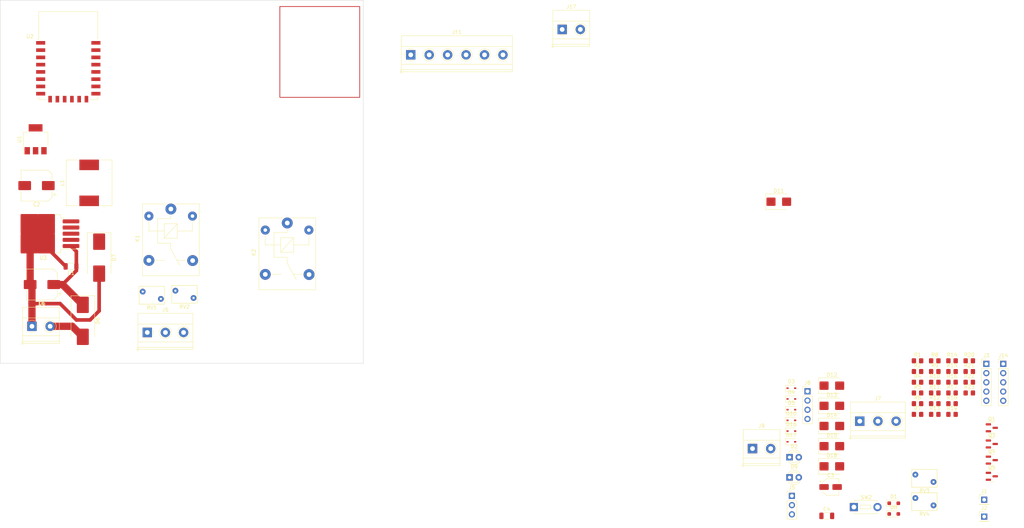
<source format=kicad_pcb>
(kicad_pcb (version 20221018) (generator pcbnew)
  (layers (0 "F.Cu" signal) (31 "B.Cu" signal) (34 "B.Paste" user) (35 "F.Paste" user) (36 "B.SilkS" user "B.Silkscreen") (37 "F.SilkS" user "F.Silkscreen") (38 "B.Mask" user) (39 "F.Mask" user) (44 "Edge.Cuts" user))
  (net 0 "")
  (net 1 "Net-(D6-K)")
  (net 2 "GND")
  (net 3 "+5V")
  (net 4 "+3.3V")
  (net 5 "Net-(D1-A)")
  (net 6 "Net-(D2-A)")
  (net 7 "D1")
  (net 8 "Net-(D3-A)")
  (net 9 "D0")
  (net 10 "Net-(D4-A)")
  (net 11 "D0-RFW26")
  (net 12 "GPIO0")
  (net 13 "+12V")
  (net 14 "Net-(D7-K)")
  (net 15 "Net-(D8-A)")
  (net 16 "Net-(D9-A)")
  (net 17 "D1-RFW26")
  (net 18 "GPIO2")
  (net 19 "Net-(D11-A1)")
  (net 20 "BEEP")
  (net 21 "LED")
  (net 22 "Net-(D16-A)")
  (net 23 "Net-(D17-K)")
  (net 24 "Net-(D17-A)")
  (net 25 "Net-(J3-Pin_2)")
  (net 26 "Net-(J3-Pin_3)")
  (net 27 "Net-(J6-Pin_1)")
  (net 28 "Net-(J6-Pin_3)")
  (net 29 "Net-(J7-Pin_1)")
  (net 30 "Net-(J14-Pin_2)")
  (net 31 "Net-(J7-Pin_3)")
  (net 32 "RX")
  (net 35 "TX")
  (net 36 "Net-(J14-Pin_3)")
  (net 37 "Net-(Q1-B)")
  (net 38 "Net-(Q3-B)")
  (net 39 "Net-(Q4-B)")
  (net 40 "Net-(Q4-C)")
  (net 41 "Net-(Q5-B)")
  (net 42 "Net-(Q5-C)")
  (net 43 "Net-(U2-~{RST})")
  (net 44 "Net-(U2-EN)")
  (net 45 "GPIO4")
  (net 46 "GPIO14")
  (net 47 "GPIO5")
  (net 48 "GPIO13")
  (net 49 "GPIO16")
  (net 50 "GPIO15")
  (footprint "Capacitor_SMD:CP_Elec_8x10" (layer "F.Cu") (at 36.5 103.3 180)
    (fp_text reference "C6" (at 0 -5.2) (layer "F.SilkS"))
    (fp_text value "220uF/35V")
    (pad "1" smd roundrect (at -3.25 0 180) (size 3.5 2.5) (layers "F.Cu" "F.Paste" "F.Mask") (roundrect_rratio 0.1) (net 1 "Net-(D6-K)"))
    (pad "2" smd roundrect (at 3.25 0 180) (size 3.5 2.5) (layers "F.Cu" "F.Paste" "F.Mask") (roundrect_rratio 0.1) (net 2 "GND"))
  )
  (footprint "Package_TO_SOT_SMD:SOT-23" (layer "F.Cu") (at 298.05 156.1)
    (fp_text reference "Q5" (at 0 -2.4) (layer "F.SilkS"))
    (fp_text value "MMBT5551L")
    (pad "1" smd roundrect (at -0.9375 -0.95) (size 1.475 0.6) (layers "F.Cu" "F.Paste" "F.Mask") (net 41 "Net-(Q5-B)"))
    (pad "2" smd roundrect (at -0.9375 0.95) (size 1.475 0.6) (layers "F.Cu" "F.Paste" "F.Mask") (net 2 "GND"))
    (pad "3" smd roundrect (at 0.9375 0) (size 1.475 0.6) (layers "F.Cu" "F.Paste" "F.Mask") (net 42 "Net-(Q5-C)"))
  )
  (footprint "Package_TO_SOT_SMD:SOT-23" (layer "F.Cu") (at 298.05 151.65)
    (fp_text reference "Q4" (at 0 -2.4) (layer "F.SilkS"))
    (fp_text value "MMBT5551L")
    (pad "1" smd roundrect (at -0.9375 -0.95) (size 1.475 0.6) (layers "F.Cu" "F.Paste" "F.Mask") (net 39 "Net-(Q4-B)"))
    (pad "2" smd roundrect (at -0.9375 0.95) (size 1.475 0.6) (layers "F.Cu" "F.Paste" "F.Mask") (net 2 "GND"))
    (pad "3" smd roundrect (at 0.9375 0) (size 1.475 0.6) (layers "F.Cu" "F.Paste" "F.Mask") (net 40 "Net-(Q4-C)"))
  )
  (footprint "Resistor_SMD:R_0805_2012Metric_Pad1.20x1.40mm_HandSolder" (layer "F.Cu") (at 287.1 127.25)
    (fp_text reference "R15" (at 0 -1.65) (layer "F.SilkS"))
    (fp_text value "10K")
    (pad "1" smd roundrect (at -1 0) (size 1.2 1.4) (layers "F.Cu" "F.Paste" "F.Mask") (roundrect_rratio 0.208333) (net 4 "+3.3V"))
    (pad "2" smd roundrect (at 1 0) (size 1.2 1.4) (layers "F.Cu" "F.Paste" "F.Mask") (roundrect_rratio 0.208333) (net 18 "GPIO2"))
  )
  (footprint "TerminalBlock_Phoenix:TerminalBlock_Phoenix_MKDS-1,5-3_1x03_P5.00mm_Horizontal" (layer "F.Cu") (at 65.5 116.5)
    (fp_text reference "J6" (at 5 -6.26) (layer "F.SilkS"))
    (fp_text value "OUT 1")
    (pad "1" thru_hole rect (at 0 0) (size 2.6 2.6) (drill 1.3) (layers "*.Cu" "*.Mask") (net 27 "Net-(J6-Pin_1)"))
    (pad "2" thru_hole circle (at 5 0) (size 2.6 2.6) (drill 1.3) (layers "*.Cu" "*.Mask") (net 25 "Net-(J3-Pin_2)"))
    (pad "3" thru_hole circle (at 10 0) (size 2.6 2.6) (drill 1.3) (layers "*.Cu" "*.Mask") (net 28 "Net-(J6-Pin_3)"))
  )
  (footprint "Diode_SMD:D_SOD-323_HandSoldering" (layer "F.Cu") (at 271.055 166.47)
    (fp_text reference "D8" (at 0 -1.85) (layer "F.SilkS"))
    (fp_text value "1N4148")
    (pad "1" smd roundrect (at -1.25 0) (size 1 1) (layers "F.Cu" "F.Paste" "F.Mask") (net 3 "+5V"))
    (pad "2" smd roundrect (at 1.25 0) (size 1 1) (layers "F.Cu" "F.Paste" "F.Mask") (net 15 "Net-(D8-A)"))
  )
  (footprint "Diode_SMD:D_SMB" (layer "F.Cu") (at 254.005 136.7)
    (fp_text reference "D13" (at 0 -3) (layer "F.SilkS"))
    (fp_text value "SM6T6V8A")
    (pad "1" smd roundrect (at -2.15 0) (size 2.5 2.3) (layers "F.Cu" "F.Paste" "F.Mask") (roundrect_rratio 0.1086956522) (net 21 "LED"))
    (pad "2" smd roundrect (at 2.15 0) (size 2.5 2.3) (layers "F.Cu" "F.Paste" "F.Mask") (roundrect_rratio 0.1086956522) (net 2 "GND"))
  )
  (footprint "Diode_SMD:D_SMC_Handsoldering" (layer "F.Cu") (at 47.75 113.3 -90)
    (fp_text reference "D6" (at 0 -4.1 90) (layer "F.SilkS"))
    (fp_text value "SS34")
    (pad "1" smd roundrect (at -4.4 0) (size 3.3 4.5) (layers "F.Cu" "F.Paste" "F.Mask") (roundrect_rratio 0.0757575758) (net 1 "Net-(D6-K)"))
    (pad "2" smd roundrect (at 4.4 0) (size 3.3 4.5) (layers "F.Cu" "F.Paste" "F.Mask") (roundrect_rratio 0.0757575758) (net 13 "+12V"))
  )
  (footprint "Resistor_SMD:R_0805_2012Metric_Pad1.20x1.40mm_HandSolder" (layer "F.Cu") (at 282.35 139.05)
    (fp_text reference "R13" (at 0 -1.65) (layer "F.SilkS"))
    (fp_text value "10K")
    (pad "1" smd roundrect (at -1 0) (size 1.2 1.4) (layers "F.Cu" "F.Paste" "F.Mask") (roundrect_rratio 0.208333) (net 47 "GPIO5"))
    (pad "2" smd roundrect (at 1 0) (size 1.2 1.4) (layers "F.Cu" "F.Paste" "F.Mask") (roundrect_rratio 0.208333) (net 37 "Net-(Q1-B)"))
  )
  (footprint "TerminalBlock_Phoenix:TerminalBlock_Phoenix_MKDS-1,5-2_1x02_P5.00mm_Horizontal" (layer "F.Cu") (at 232.16 148.47)
    (fp_text reference "J9" (at 2.5 -6.26) (layer "F.SilkS"))
    (fp_text value "SENS")
    (pad "1" thru_hole rect (at 0 0) (size 2.6 2.6) (drill 1.3) (layers "*.Cu" "*.Mask") (net 2 "GND"))
    (pad "2" thru_hole circle (at 5 0) (size 2.6 2.6) (drill 1.3) (layers "*.Cu" "*.Mask") (net 23 "Net-(D17-K)"))
  )
  (footprint "Connector_PinHeader_2.54mm:PinHeader_1x03_P2.54mm_Vertical" (layer "F.Cu") (at 243.01 161.5)
    (fp_text reference "J5" (at 0 -2.33) (layer "F.SilkS"))
    (fp_text value "FLASH")
    (pad "1" thru_hole rect (at 0 0) (size 1.7 1.7) (drill 1) (layers "*.Cu" "*.Mask") (net 12 "GPIO0"))
    (pad "2" thru_hole oval (at 0 2.54) (size 1.7 1.7) (drill 1) (layers "*.Cu" "*.Mask") (net 2 "GND"))
    (pad "3" thru_hole oval (at 0 5.08) (size 1.7 1.7) (drill 1) (layers "*.Cu" "*.Mask") (net 2 "GND"))
  )
  (footprint "TerminalBlock_Phoenix:TerminalBlock_Phoenix_MKDS-1,5-6-5.08_1x06_P5.08mm_Horizontal" (layer "F.Cu") (at 138.05 40.055)
    (fp_text reference "J11" (at 12.7 -6.26) (layer "F.SilkS"))
    (fp_text value "LECTOR")
    (pad "1" thru_hole rect (at 0 0) (size 2.6 2.6) (drill 1.3) (layers "*.Cu" "*.Mask") (net 20 "BEEP"))
    (pad "2" thru_hole circle (at 5.08 0) (size 2.6 2.6) (drill 1.3) (layers "*.Cu" "*.Mask") (net 21 "LED"))
    (pad "3" thru_hole circle (at 10.16 0) (size 2.6 2.6) (drill 1.3) (layers "*.Cu" "*.Mask") (net 7 "D1"))
    (pad "4" thru_hole circle (at 15.24 0) (size 2.6 2.6) (drill 1.3) (layers "*.Cu" "*.Mask") (net 9 "D0"))
    (pad "5" thru_hole circle (at 20.32 0) (size 2.6 2.6) (drill 1.3) (layers "*.Cu" "*.Mask") (net 2 "GND"))
    (pad "6" thru_hole circle (at 25.4 0) (size 2.6 2.6) (drill 1.3) (layers "*.Cu" "*.Mask") (net 13 "+12V"))
  )
  (footprint "Resistor_SMD:R_0805_2012Metric_Pad1.20x1.40mm_HandSolder" (layer "F.Cu") (at 277.6 136.1)
    (fp_text reference "R6" (at 0 -1.65) (layer "F.SilkS"))
    (fp_text value "100")
    (pad "1" smd roundrect (at -1 0) (size 1.2 1.4) (layers "F.Cu" "F.Paste" "F.Mask") (roundrect_rratio 0.208333) (net 10 "Net-(D4-A)"))
    (pad "2" smd roundrect (at 1 0) (size 1.2 1.4) (layers "F.Cu" "F.Paste" "F.Mask") (roundrect_rratio 0.208333) (net 12 "GPIO0"))
  )
  (footprint "Package_TO_SOT_SMD:SOT-23" (layer "F.Cu") (at 298.05 142.75)
    (fp_text reference "Q1" (at 0 -2.4) (layer "F.SilkS"))
    (fp_text value "MMBT5551L")
    (pad "1" smd roundrect (at -0.9375 -0.95) (size 1.475 0.6) (layers "F.Cu" "F.Paste" "F.Mask") (net 37 "Net-(Q1-B)"))
    (pad "2" smd roundrect (at -0.9375 0.95) (size 1.475 0.6) (layers "F.Cu" "F.Paste" "F.Mask") (net 2 "GND"))
    (pad "3" smd roundrect (at 0.9375 0) (size 1.475 0.6) (layers "F.Cu" "F.Paste" "F.Mask") (net 15 "Net-(D8-A)"))
  )
  (footprint "Relay_THT:Relay_SPDT_SANYOU_SRD_Series_Form_C" (layer "F.Cu") (at 104.05 86.35 -90)
    (fp_text reference "K2" (at 8.1 9.2 90) (layer "F.SilkS"))
    (fp_text value "SANYOU_SRD_Form_C")
    (pad "1" thru_hole circle (at 0 0) (size 3 3) (drill 1.3) (layers "*.Cu" "*.Mask") (net 36 "Net-(J14-Pin_3)"))
    (pad "2" thru_hole circle (at 1.95 6.05) (size 2.5 2.5) (drill 1) (layers "*.Cu" "*.Mask") (net 15 "Net-(D8-A)"))
    (pad "3" thru_hole circle (at 14.15 6.05) (size 3 3) (drill 1.3) (layers "*.Cu" "*.Mask") (net 29 "Net-(J7-Pin_1)"))
    (pad "4" thru_hole circle (at 14.2 -6) (size 3 3) (drill 1.3) (layers "*.Cu" "*.Mask") (net 31 "Net-(J7-Pin_3)"))
    (pad "5" thru_hole circle (at 1.95 -5.95) (size 2.5 2.5) (drill 1) (layers "*.Cu" "*.Mask") (net 3 "+5V"))
  )
  (footprint "Resistor_SMD:R_0805_2012Metric_Pad1.20x1.40mm_HandSolder" (layer "F.Cu") (at 277.6 130.2)
    (fp_text reference "R4" (at 0 -1.65) (layer "F.SilkS"))
    (fp_text value "10K")
    (pad "1" smd roundrect (at -1 0) (size 1.2 1.4) (layers "F.Cu" "F.Paste" "F.Mask") (roundrect_rratio 0.208333) (net 4 "+3.3V"))
    (pad "2" smd roundrect (at 1 0) (size 1.2 1.4) (layers "F.Cu" "F.Paste" "F.Mask") (roundrect_rratio 0.208333) (net 44 "Net-(U2-EN)"))
  )
  (footprint "Connector_PinHeader_2.54mm:PinHeader_1x01_P2.54mm_Vertical" (layer "F.Cu") (at 295.95 167.2)
    (fp_text reference "J2" (at 0 -2.33) (layer "F.SilkS"))
    (fp_text value "~")
    (pad "1" thru_hole rect (at 0 0) (size 1.7 1.7) (drill 1) (layers "*.Cu" "*.Mask") (net 3 "+5V"))
  )
  (footprint "Resistor_SMD:R_0805_2012Metric_Pad1.20x1.40mm_HandSolder" (layer "F.Cu") (at 277.6 127.25)
    (fp_text reference "R2" (at 0 -1.65) (layer "F.SilkS"))
    (fp_text value "10K")
    (pad "1" smd roundrect (at -1 0) (size 1.2 1.4) (layers "F.Cu" "F.Paste" "F.Mask") (roundrect_rratio 0.208333) (net 4 "+3.3V"))
    (pad "2" smd roundrect (at 1 0) (size 1.2 1.4) (layers "F.Cu" "F.Paste" "F.Mask") (roundrect_rratio 0.208333) (net 43 "Net-(U2-~{RST})"))
  )
  (footprint "Diode_SMD:D_SMC_Handsoldering" (layer "F.Cu") (at 52.25 95.9 -90)
    (fp_text reference "D7" (at 0 -4.1 90) (layer "F.SilkS"))
    (fp_text value "SS34")
    (pad "1" smd roundrect (at -4.4 0) (size 3.3 4.5) (layers "F.Cu" "F.Paste" "F.Mask") (roundrect_rratio 0.0757575758) (net 14 "Net-(D7-K)"))
    (pad "2" smd roundrect (at 4.4 0) (size 3.3 4.5) (layers "F.Cu" "F.Paste" "F.Mask") (roundrect_rratio 0.0757575758) (net 2 "GND"))
  )
  (footprint "LED_THT:LED_D3.0mm" (layer "F.Cu") (at 242.36 156.4)
    (fp_text reference "D9" (at 1.27 -2.96) (layer "F.SilkS"))
    (fp_text value "LED")
    (pad "1" thru_hole rect (at 0 0) (size 1.8 1.8) (drill 0.9) (layers "*.Cu" "*.Mask") (net 15 "Net-(D8-A)"))
    (pad "2" thru_hole circle (at 2.54 0) (size 1.8 1.8) (drill 0.9) (layers "*.Cu" "*.Mask") (net 16 "Net-(D9-A)"))
  )
  (footprint "Resistor_SMD:R_0805_2012Metric_Pad1.20x1.40mm_HandSolder" (layer "F.Cu") (at 277.6 139.05)
    (fp_text reference "R7" (at 0 -1.65) (layer "F.SilkS"))
    (fp_text value "100K")
    (pad "1" smd roundrect (at -1 0) (size 1.2 1.4) (layers "F.Cu" "F.Paste" "F.Mask") (roundrect_rratio 0.208333) (net 38 "Net-(Q3-B)"))
    (pad "2" smd roundrect (at 1 0) (size 1.2 1.4) (layers "F.Cu" "F.Paste" "F.Mask") (roundrect_rratio 0.208333) (net 2 "GND"))
  )
  (footprint "Resistor_SMD:R_0805_2012Metric_Pad1.20x1.40mm_HandSolder" (layer "F.Cu") (at 282.35 127.25)
    (fp_text reference "R9" (at 0 -1.65) (layer "F.SilkS"))
    (fp_text value "10K")
    (pad "1" smd roundrect (at -1 0) (size 1.2 1.4) (layers "F.Cu" "F.Paste" "F.Mask") (roundrect_rratio 0.208333) (net 4 "+3.3V"))
    (pad "2" smd roundrect (at 1 0) (size 1.2 1.4) (layers "F.Cu" "F.Paste" "F.Mask") (roundrect_rratio 0.208333) (net 46 "GPIO14"))
  )
  (footprint "Diode_SMD:D_SMB" (layer "F.Cu") (at 254.005 131.15)
    (fp_text reference "D12" (at 0 -3) (layer "F.SilkS"))
    (fp_text value "SM6T6V8A")
    (pad "1" smd roundrect (at -2.15 0) (size 2.5 2.3) (layers "F.Cu" "F.Paste" "F.Mask") (roundrect_rratio 0.1086956522) (net 20 "BEEP"))
    (pad "2" smd roundrect (at 2.15 0) (size 2.5 2.3) (layers "F.Cu" "F.Paste" "F.Mask") (roundrect_rratio 0.1086956522) (net 2 "GND"))
  )
  (footprint "TerminalBlock_Phoenix:TerminalBlock_Phoenix_MKDS-1,5-3_1x03_P5.00mm_Horizontal" (layer "F.Cu") (at 261.7 140.92)
    (fp_text reference "J7" (at 5 -6.26) (layer "F.SilkS"))
    (fp_text value "AUX")
    (pad "1" thru_hole rect (at 0 0) (size 2.6 2.6) (drill 1.3) (layers "*.Cu" "*.Mask") (net 29 "Net-(J7-Pin_1)"))
    (pad "2" thru_hole circle (at 5 0) (size 2.6 2.6) (drill 1.3) (layers "*.Cu" "*.Mask") (net 30 "Net-(J14-Pin_2)"))
    (pad "3" thru_hole circle (at 10 0) (size 2.6 2.6) (drill 1.3) (layers "*.Cu" "*.Mask") (net 31 "Net-(J7-Pin_3)"))
  )
  (footprint "Diode_SMD:D_SMB" (layer "F.Cu") (at 254.005 153.35)
    (fp_text reference "D18" (at 0 -3) (layer "F.SilkS"))
    (fp_text value "SM6T6V8A")
    (pad "1" smd roundrect (at -2.15 0) (size 2.5 2.3) (layers "F.Cu" "F.Paste" "F.Mask") (roundrect_rratio 0.1086956522) (net 23 "Net-(D17-K)"))
    (pad "2" smd roundrect (at 2.15 0) (size 2.5 2.3) (layers "F.Cu" "F.Paste" "F.Mask") (roundrect_rratio 0.1086956522) (net 2 "GND"))
  )
  (footprint "Connector_PinHeader_2.54mm:PinHeader_1x05_P2.54mm_Vertical" (layer "F.Cu") (at 296.55 125.15)
    (fp_text reference "J3" (at 0 -2.33) (layer "F.SilkS"))
    (fp_text value "jumpers salida")
    (pad "1" thru_hole rect (at 0 0) (size 1.7 1.7) (drill 1) (layers "*.Cu" "*.Mask") (net 2 "GND"))
    (pad "2" thru_hole oval (at 0 2.54) (size 1.7 1.7) (drill 1) (layers "*.Cu" "*.Mask") (net 25 "Net-(J3-Pin_2)"))
    (pad "3" thru_hole oval (at 0 5.08) (size 1.7 1.7) (drill 1) (layers "*.Cu" "*.Mask") (net 26 "Net-(J3-Pin_3)"))
    (pad "4" thru_hole oval (at 0 7.62) (size 1.7 1.7) (drill 1) (layers "*.Cu" "*.Mask") (net 13 "+12V"))
    (pad "5" thru_hole oval (at 0 10.16) (size 1.7 1.7) (drill 1) (layers "*.Cu" "*.Mask") (net 13 "+12V"))
  )
  (footprint "Capacitor_SMD:CP_Elec_4x4.5" (layer "F.Cu") (at 253.66 159.05)
    (fp_text reference "C3" (at 0 -3.2) (layer "F.SilkS"))
    (fp_text value "10uF/16V")
    (pad "1" smd roundrect (at -1.8 0) (size 2.6 1.6) (layers "F.Cu" "F.Paste" "F.Mask") (roundrect_rratio 0.15625) (net 4 "+3.3V"))
    (pad "2" smd roundrect (at 1.8 0) (size 2.6 1.6) (layers "F.Cu" "F.Paste" "F.Mask") (roundrect_rratio 0.15625) (net 2 "GND"))
  )
  (footprint "Diode_SMD:D_SOD-323" (layer "F.Cu") (at 242.855 137.75)
    (fp_text reference "D5" (at 0 -1.85) (layer "F.SilkS"))
    (fp_text value "1N5819WS")
    (pad "1" smd roundrect (at -1.05 0) (size 0.6 0.45) (layers "F.Cu" "F.Paste" "F.Mask") (net 11 "D0-RFW26"))
    (pad "2" smd roundrect (at 1.05 0) (size 0.6 0.45) (layers "F.Cu" "F.Paste" "F.Mask") (net 12 "GPIO0"))
  )
  (footprint "Diode_SMD:D_SOD-323_HandSoldering" (layer "F.Cu") (at 271.055 163.52)
    (fp_text reference "D1" (at 0 -1.85) (layer "F.SilkS"))
    (fp_text value "1N4148")
    (pad "1" smd roundrect (at -1.25 0) (size 1 1) (layers "F.Cu" "F.Paste" "F.Mask") (net 3 "+5V"))
    (pad "2" smd roundrect (at 1.25 0) (size 1 1) (layers "F.Cu" "F.Paste" "F.Mask") (net 5 "Net-(D1-A)"))
  )
  (footprint "Relay_THT:Relay_SPDT_SANYOU_SRD_Series_Form_C" (layer "F.Cu") (at 72 82.5 -90)
    (fp_text reference "K1" (at 8.1 9.2 90) (layer "F.SilkS"))
    (fp_text value "SANYOU_SRD_Form_C")
    (pad "1" thru_hole circle (at 0 0) (size 3 3) (drill 1.3) (layers "*.Cu" "*.Mask") (net 26 "Net-(J3-Pin_3)"))
    (pad "2" thru_hole circle (at 1.95 6.05) (size 2.5 2.5) (drill 1) (layers "*.Cu" "*.Mask") (net 5 "Net-(D1-A)"))
    (pad "3" thru_hole circle (at 14.15 6.05) (size 3 3) (drill 1.3) (layers "*.Cu" "*.Mask") (net 27 "Net-(J6-Pin_1)"))
    (pad "4" thru_hole circle (at 14.2 -6) (size 3 3) (drill 1.3) (layers "*.Cu" "*.Mask") (net 28 "Net-(J6-Pin_3)"))
    (pad "5" thru_hole circle (at 1.95 -5.95) (size 2.5 2.5) (drill 1) (layers "*.Cu" "*.Mask") (net 3 "+5V"))
  )
  (footprint "Inductor_SMD:L_12x12mm_H8mm" (layer "F.Cu") (at 49.5 75.3 90)
    (fp_text reference "L1" (at 0 -7.4 90) (layer "F.SilkS"))
    (fp_text value "33 uH")
    (pad "1" smd rect (at -4.95 0 90) (size 2.9 5.4) (layers "F.Cu" "F.Paste" "F.Mask") (net 14 "Net-(D7-K)"))
    (pad "2" smd rect (at 4.95 0 90) (size 2.9 5.4) (layers "F.Cu" "F.Paste" "F.Mask") (net 3 "+5V"))
  )
  (footprint "Resistor_SMD:R_0805_2012Metric_Pad1.20x1.40mm_HandSolder" (layer "F.Cu") (at 287.1 136.1)
    (fp_text reference "R18" (at 0 -1.65) (layer "F.SilkS"))
    (fp_text value "100")
    (pad "1" smd roundrect (at -1 0) (size 1.2 1.4) (layers "F.Cu" "F.Paste" "F.Mask") (roundrect_rratio 0.208333) (net 20 "BEEP"))
    (pad "2" smd roundrect (at 1 0) (size 1.2 1.4) (layers "F.Cu" "F.Paste" "F.Mask") (roundrect_rratio 0.208333) (net 42 "Net-(Q5-C)"))
  )
  (footprint "Package_TO_SOT_SMD:SOT-23" (layer "F.Cu") (at 298.05 147.2)
    (fp_text reference "Q3" (at 0 -2.4) (layer "F.SilkS"))
    (fp_text value "MMBT5551L")
    (pad "1" smd roundrect (at -0.9375 -0.95) (size 1.475 0.6) (layers "F.Cu" "F.Paste" "F.Mask") (net 38 "Net-(Q3-B)"))
    (pad "2" smd roundrect (at -0.9375 0.95) (size 1.475 0.6) (layers "F.Cu" "F.Paste" "F.Mask") (net 2 "GND"))
    (pad "3" smd roundrect (at 0.9375 0) (size 1.475 0.6) (layers "F.Cu" "F.Paste" "F.Mask") (net 5 "Net-(D1-A)"))
  )
  (footprint "Capacitor_SMD:C_1206_3216Metric" (layer "F.Cu") (at 44.5 98.3 180)
    (fp_text reference "C1" (at 0 -1.85) (layer "F.SilkS"))
    (fp_text value "0.1u")
    (pad "1" smd roundrect (at -1.475 0 180) (size 1.15 1.8) (layers "F.Cu" "F.Paste" "F.Mask") (roundrect_rratio 0.217391) (net 1 "Net-(D6-K)"))
    (pad "2" smd roundrect (at 1.475 0 180) (size 1.15 1.8) (layers "F.Cu" "F.Paste" "F.Mask") (roundrect_rratio 0.217391) (net 2 "GND"))
  )
  (footprint "Diode_SMD:D_SMB" (layer "F.Cu") (at 254.005 142.25)
    (fp_text reference "D14" (at 0 -3) (layer "F.SilkS"))
    (fp_text value "SM6T6V8A")
    (pad "1" smd roundrect (at -2.15 0) (size 2.5 2.3) (layers "F.Cu" "F.Paste" "F.Mask") (roundrect_rratio 0.1086956522) (net 7 "D1"))
    (pad "2" smd roundrect (at 2.15 0) (size 2.5 2.3) (layers "F.Cu" "F.Paste" "F.Mask") (roundrect_rratio 0.1086956522) (net 2 "GND"))
  )
  (footprint "Package_TO_SOT_SMD:TO-263-5_TabPin3" (layer "F.Cu") (at 36.85 89.3 180)
    (fp_text reference "U3" (at 0 -6.65) (layer "F.SilkS"))
    (fp_text value "LM2596S-5")
    (pad "1" smd roundrect (at -7.65 -3.4 180) (size 4.6 1.1) (layers "F.Cu" "F.Paste" "F.Mask") (roundrect_rratio 0.227273) (net 1 "Net-(D6-K)"))
    (pad "2" smd roundrect (at -7.65 -1.7 180) (size 4.6 1.1) (layers "F.Cu" "F.Paste" "F.Mask") (roundrect_rratio 0.227273) (net 14 "Net-(D7-K)"))
    (pad "3" smd roundrect (at -7.65 0 180) (size 4.6 1.1) (layers "F.Cu" "F.Paste" "F.Mask") (roundrect_rratio 0.227273) (net 2 "GND"))
    (pad "3" smd roundrect (at -0.925 -2.775 180) (size 4.55 5.25) (layers "F.Cu" "F.Paste") (roundrect_rratio 0.054945) (net 2 "GND"))
    (pad "3" smd roundrect (at -0.925 2.775 180) (size 4.55 5.25) (layers "F.Cu" "F.Paste") (roundrect_rratio 0.054945) (net 2 "GND"))
    (pad "3" smd roundrect (at 1.5 0 180) (size 9.4 10.8) (layers "F.Cu" "F.Mask") (roundrect_rratio 0.026596) (net 2 "GND"))
    (pad "3" smd roundrect (at 3.925 -2.775 180) (size 4.55 5.25) (layers "F.Cu" "F.Paste") (roundrect_rratio 0.054945) (net 2 "GND"))
    (pad "3" smd roundrect (at 3.925 2.775 180) (size 4.55 5.25) (layers "F.Cu" "F.Paste") (roundrect_rratio 0.054945) (net 2 "GND"))
    (pad "4" smd roundrect (at -7.65 1.7 180) (size 4.6 1.1) (layers "F.Cu" "F.Paste" "F.Mask") (roundrect_rratio 0.227273) (net 3 "+5V"))
    (pad "5" smd roundrect (at -7.65 3.4 180) (size 4.6 1.1) (layers "F.Cu" "F.Paste" "F.Mask") (roundrect_rratio 0.227273) (net 2 "GND"))
  )
  (footprint "Resistor_SMD:R_0805_2012Metric_Pad1.20x1.40mm_HandSolder" (layer "F.Cu") (at 282.35 130.2)
    (fp_text reference "R10" (at 0 -1.65) (layer "F.SilkS"))
    (fp_text value "100")
    (pad "1" smd roundrect (at -1 0) (size 1.2 1.4) (layers "F.Cu" "F.Paste" "F.Mask") (roundrect_rratio 0.208333) (net 22 "Net-(D16-A)"))
    (pad "2" smd roundrect (at 1 0) (size 1.2 1.4) (layers "F.Cu" "F.Paste" "F.Mask") (roundrect_rratio 0.208333) (net 46 "GPIO14"))
  )
  (footprint "Resistor_SMD:R_0805_2012Metric_Pad1.20x1.40mm_HandSolder" (layer "F.Cu") (at 282.35 136.1)
    (fp_text reference "R12" (at 0 -1.65) (layer "F.SilkS"))
    (fp_text value "330")
    (pad "1" smd roundrect (at -1 0) (size 1.2 1.4) (layers "F.Cu" "F.Paste" "F.Mask") (roundrect_rratio 0.208333) (net 16 "Net-(D9-A)"))
    (pad "2" smd roundrect (at 1 0) (size 1.2 1.4) (layers "F.Cu" "F.Paste" "F.Mask") (roundrect_rratio 0.208333) (net 3 "+5V"))
  )
  (footprint "TerminalBlock_Phoenix:TerminalBlock_Phoenix_MKDS-1,5-2_1x02_P5.00mm_Horizontal" (layer "F.Cu") (at 179.75 33.055)
    (fp_text reference "J17" (at 2.5 -6.26) (layer "F.SilkS"))
    (fp_text value "BTN")
    (pad "1" thru_hole rect (at 0 0) (size 2.6 2.6) (drill 1.3) (layers "*.Cu" "*.Mask") (net 2 "GND"))
    (pad "2" thru_hole circle (at 5 0) (size 2.6 2.6) (drill 1.3) (layers "*.Cu" "*.Mask") (net 19 "Net-(D11-A1)"))
  )
  (footprint "Package_TO_SOT_SMD:SOT-223-3_TabPin2" (layer "F.Cu") (at 34.75 63.3 90)
    (fp_text reference "U1" (at 0 -4.5 90) (layer "F.SilkS"))
    (fp_text value "AMS1117-3.3")
    (pad "1" smd rect (at -3.15 -2.3 90) (size 2 1.5) (layers "F.Cu" "F.Paste" "F.Mask") (net 2 "GND"))
    (pad "2" smd rect (at -3.15 0 90) (size 2 1.5) (layers "F.Cu" "F.Paste" "F.Mask") (net 4 "+3.3V"))
    (pad "2" smd rect (at 3.15 0 90) (size 2 3.8) (layers "F.Cu" "F.Paste" "F.Mask") (net 4 "+3.3V"))
    (pad "3" smd rect (at -3.15 2.3 90) (size 2 1.5) (layers "F.Cu" "F.Paste" "F.Mask") (net 3 "+5V"))
  )
  (footprint "Diode_SMD:D_SMB" (layer "F.Cu") (at 239.4 80.5)
    (fp_text reference "D11" (at 0 -3) (layer "F.SilkS"))
    (fp_text value "SM6T6V8A")
    (pad "1" smd roundrect (at -2.15 0) (size 2.5 2.3) (layers "F.Cu" "F.Paste" "F.Mask") (roundrect_rratio 0.1086956522) (net 19 "Net-(D11-A1)"))
    (pad "2" smd roundrect (at 2.15 0) (size 2.5 2.3) (layers "F.Cu" "F.Paste" "F.Mask") (roundrect_rratio 0.1086956522) (net 2 "GND"))
  )
  (footprint "Resistor_SMD:R_0805_2012Metric_Pad1.20x1.40mm_HandSolder" (layer "F.Cu") (at 291.85 133.15)
    (fp_text reference "R23" (at 0 -1.65) (layer "F.SilkS"))
    (fp_text value "100K")
    (pad "1" smd roundrect (at -1 0) (size 1.2 1.4) (layers "F.Cu" "F.Paste" "F.Mask") (roundrect_rratio 0.208333) (net 39 "Net-(Q4-B)"))
    (pad "2" smd roundrect (at 1 0) (size 1.2 1.4) (layers "F.Cu" "F.Paste" "F.Mask") (roundrect_rratio 0.208333) (net 2 "GND"))
  )
  (footprint "Button_Switch_THT:SW_PUSH_1P1T_6x3.5mm_H4.3_APEM_MJTP1243" (layer "F.Cu") (at 260.08 164.57)
    (fp_text reference "SW2" (at 3.42 -2.7) (layer "F.SilkS"))
    (fp_text value "RESET")
    (pad "1" thru_hole rect (at 0 0 90) (size 2.25 2.25) (drill 1.3) (layers "*.Cu" "*.Mask") (net 2 "GND"))
    (pad "2" thru_hole circle (at 6.5 0 90) (size 2.25 2.25) (drill 1.3) (layers "*.Cu" "*.Mask") (net 43 "Net-(U2-~{RST})"))
  )
  (footprint "Varistor:RV_Disc_D7mm_W4.9mm_P5mm" (layer "F.Cu") (at 64.25 105.25)
    (fp_text reference "RV1" (at 2.5 4.4) (layer "F.SilkS"))
    (fp_text value "470KD07")
    (pad "1" thru_hole circle (at 0 0) (size 1.6 1.6) (drill 0.6) (layers "*.Cu" "*.Mask") (net 27 "Net-(J6-Pin_1)"))
    (pad "2" thru_hole circle (at 5 2) (size 1.6 1.6) (drill 0.6) (layers "*.Cu" "*.Mask") (net 25 "Net-(J3-Pin_2)"))
  )
  (footprint "Resistor_SMD:R_0805_2012Metric_Pad1.20x1.40mm_HandSolder" (layer "F.Cu") (at 291.85 130.2)
    (fp_text reference "R22" (at 0 -1.65) (layer "F.SilkS"))
    (fp_text value "100K")
    (pad "1" smd roundrect (at -1 0) (size 1.2 1.4) (layers "F.Cu" "F.Paste" "F.Mask") (roundrect_rratio 0.208333) (net 41 "Net-(Q5-B)"))
    (pad "2" smd roundrect (at 1 0) (size 1.2 1.4) (layers "F.Cu" "F.Paste" "F.Mask") (roundrect_rratio 0.208333) (net 2 "GND"))
  )
  (footprint "Resistor_SMD:R_0805_2012Metric_Pad1.20x1.40mm_HandSolder" (layer "F.Cu") (at 287.1 133.15)
    (fp_text reference "R17" (at 0 -1.65) (layer "F.SilkS"))
    (fp_text value "100")
    (pad "1" smd roundrect (at -1 0) (size 1.2 1.4) (layers "F.Cu" "F.Paste" "F.Mask") (roundrect_rratio 0.208333) (net 24 "Net-(D17-A)"))
    (pad "2" smd roundrect (at 1 0) (size 1.2 1.4) (layers "F.Cu" "F.Paste" "F.Mask") (roundrect_rratio 0.208333) (net 48 "GPIO13"))
  )
  (footprint "Resistor_SMD:R_0805_2012Metric_Pad1.20x1.40mm_HandSolder" (layer "F.Cu") (at 287.1 130.2)
    (fp_text reference "R16" (at 0 -1.65) (layer "F.SilkS"))
    (fp_text value "10K")
    (pad "1" smd roundrect (at -1 0) (size 1.2 1.4) (layers "F.Cu" "F.Paste" "F.Mask") (roundrect_rratio 0.208333) (net 4 "+3.3V"))
    (pad "2" smd roundrect (at 1 0) (size 1.2 1.4) (layers "F.Cu" "F.Paste" "F.Mask") (roundrect_rratio 0.208333) (net 48 "GPIO13"))
  )
  (footprint "Resistor_SMD:R_0805_2012Metric_Pad1.20x1.40mm_HandSolder" (layer "F.Cu") (at 291.85 127.25)
    (fp_text reference "R21" (at 0 -1.65) (layer "F.SilkS"))
    (fp_text value "10K")
    (pad "1" smd roundrect (at -1 0) (size 1.2 1.4) (layers "F.Cu" "F.Paste" "F.Mask") (roundrect_rratio 0.208333) (net 50 "GPIO15"))
    (pad "2" smd roundrect (at 1 0) (size 1.2 1.4) (layers "F.Cu" "F.Paste" "F.Mask") (roundrect_rratio 0.208333) (net 39 "Net-(Q4-B)"))
  )
  (footprint "Varistor:RV_Disc_D7mm_W4.9mm_P5mm" (layer "F.Cu") (at 277 155.65)
    (fp_text reference "RV3" (at 2.5 4.4) (layer "F.SilkS"))
    (fp_text value "470KD07")
    (pad "1" thru_hole circle (at 0 0) (size 1.6 1.6) (drill 0.6) (layers "*.Cu" "*.Mask") (net 29 "Net-(J7-Pin_1)"))
    (pad "2" thru_hole circle (at 5 2) (size 1.6 1.6) (drill 0.6) (layers "*.Cu" "*.Mask") (net 30 "Net-(J14-Pin_2)"))
  )
  (footprint "Connector_PinHeader_2.54mm:PinHeader_1x05_P2.54mm_Vertical" (layer "F.Cu") (at 301.2 125.15)
    (fp_text reference "J14" (at 0 -2.33) (layer "F.SilkS"))
    (fp_text value "jumpers salida")
    (pad "1" thru_hole rect (at 0 0) (size 1.7 1.7) (drill 1) (layers "*.Cu" "*.Mask") (net 2 "GND"))
    (pad "2" thru_hole oval (at 0 2.54) (size 1.7 1.7) (drill 1) (layers "*.Cu" "*.Mask") (net 30 "Net-(J14-Pin_2)"))
    (pad "3" thru_hole oval (at 0 5.08) (size 1.7 1.7) (drill 1) (layers "*.Cu" "*.Mask") (net 36 "Net-(J14-Pin_3)"))
    (pad "4" thru_hole oval (at 0 7.62) (size 1.7 1.7) (drill 1) (layers "*.Cu" "*.Mask") (net 13 "+12V"))
    (pad "5" thru_hole oval (at 0 10.16) (size 1.7 1.7) (drill 1) (layers "*.Cu" "*.Mask") (net 13 "+12V"))
  )
  (footprint "Resistor_SMD:R_0805_2012Metric_Pad1.20x1.40mm_HandSolder" (layer "F.Cu") (at 282.35 124.3)
    (fp_text reference "R8" (at 0 -1.65) (layer "F.SilkS"))
    (fp_text value "100")
    (pad "1" smd roundrect (at -1 0) (size 1.2 1.4) (layers "F.Cu" "F.Paste" "F.Mask") (roundrect_rratio 0.208333) (net 8 "Net-(D3-A)"))
    (pad "2" smd roundrect (at 1 0) (size 1.2 1.4) (layers "F.Cu" "F.Paste" "F.Mask") (roundrect_rratio 0.208333) (net 18 "GPIO2"))
  )
  (footprint "Resistor_SMD:R_0805_2012Metric_Pad1.20x1.40mm_HandSolder" (layer "F.Cu") (at 277.6 133.15)
    (fp_text reference "R5" (at 0 -1.65) (layer "F.SilkS"))
    (fp_text value "10K")
    (pad "1" smd roundrect (at -1 0) (size 1.2 1.4) (layers "F.Cu" "F.Paste" "F.Mask") (roundrect_rratio 0.208333) (net 45 "GPIO4"))
    (pad "2" smd roundrect (at 1 0) (size 1.2 1.4) (layers "F.Cu" "F.Paste" "F.Mask") (roundrect_rratio 0.208333) (net 38 "Net-(Q3-B)"))
  )
  (footprint "Diode_SMD:D_SOD-323" (layer "F.Cu") (at 242.855 134.8)
    (fp_text reference "D4" (at 0 -1.85) (layer "F.SilkS"))
    (fp_text value "1N5819WS")
    (pad "1" smd roundrect (at -1.05 0) (size 0.6 0.45) (layers "F.Cu" "F.Paste" "F.Mask") (net 9 "D0"))
    (pad "2" smd roundrect (at 1.05 0) (size 0.6 0.45) (layers "F.Cu" "F.Paste" "F.Mask") (net 10 "Net-(D4-A)"))
  )
  (footprint "Resistor_SMD:R_0805_2012Metric_Pad1.20x1.40mm_HandSolder" (layer "F.Cu") (at 287.1 124.3)
    (fp_text reference "R14" (at 0 -1.65) (layer "F.SilkS"))
    (fp_text value "100K")
    (pad "1" smd roundrect (at -1 0) (size 1.2 1.4) (layers "F.Cu" "F.Paste" "F.Mask") (roundrect_rratio 0.208333) (net 37 "Net-(Q1-B)"))
    (pad "2" smd roundrect (at 1 0) (size 1.2 1.4) (layers "F.Cu" "F.Paste" "F.Mask") (roundrect_rratio 0.208333) (net 2 "GND"))
  )
  (footprint "Varistor:RV_Disc_D7mm_W4.9mm_P5mm" (layer "F.Cu") (at 73.25 105)
    (fp_text reference "RV2" (at 2.5 4.4) (layer "F.SilkS"))
    (fp_text value "470KD07")
    (pad "1" thru_hole circle (at 0 0) (size 1.6 1.6) (drill 0.6) (layers "*.Cu" "*.Mask") (net 25 "Net-(J3-Pin_2)"))
    (pad "2" thru_hole circle (at 5 2) (size 1.6 1.6) (drill 0.6) (layers "*.Cu" "*.Mask") (net 28 "Net-(J6-Pin_3)"))
  )
  (footprint "Diode_SMD:D_SOD-323" (layer "F.Cu") (at 242.855 140.7)
    (fp_text reference "D10" (at 0 -1.85) (layer "F.SilkS"))
    (fp_text value "1N5819WS")
    (pad "1" smd roundrect (at -1.05 0) (size 0.6 0.45) (layers "F.Cu" "F.Paste" "F.Mask") (net 17 "D1-RFW26"))
    (pad "2" smd roundrect (at 1.05 0) (size 0.6 0.45) (layers "F.Cu" "F.Paste" "F.Mask") (net 18 "GPIO2"))
  )
  (footprint "Resistor_SMD:R_0805_2012Metric_Pad1.20x1.40mm_HandSolder" (layer "F.Cu") (at 277.6 124.3)
    (fp_text reference "R1" (at 0 -1.65) (layer "F.SilkS"))
    (fp_text value "330")
    (pad "1" smd roundrect (at -1 0) (size 1.2 1.4) (layers "F.Cu" "F.Paste" "F.Mask") (roundrect_rratio 0.208333) (net 6 "Net-(D2-A)"))
    (pad "2" smd roundrect (at 1 0) (size 1.2 1.4) (layers "F.Cu" "F.Paste" "F.Mask") (roundrect_rratio 0.208333) (net 3 "+5V"))
  )
  (footprint "Capacitor_SMD:CP_Elec_8x10" (layer "F.Cu") (at 35 76.05 180)
    (fp_text reference "C2" (at 0 -5.2) (layer "F.SilkS"))
    (fp_text value "220uF/35V")
    (pad "1" smd roundrect (at -3.25 0 180) (size 3.5 2.5) (layers "F.Cu" "F.Paste" "F.Mask") (roundrect_rratio 0.1) (net 3 "+5V"))
    (pad "2" smd roundrect (at 3.25 0 180) (size 3.5 2.5) (layers "F.Cu" "F.Paste" "F.Mask") (roundrect_rratio 0.1) (net 2 "GND"))
  )
  (footprint "LED_THT:LED_D3.0mm" (layer "F.Cu") (at 242.36 150.85)
    (fp_text reference "D2" (at 1.27 -2.96) (layer "F.SilkS"))
    (fp_text value "LED")
    (pad "1" thru_hole rect (at 0 0) (size 1.8 1.8) (drill 0.9) (layers "*.Cu" "*.Mask") (net 5 "Net-(D1-A)"))
    (pad "2" thru_hole circle (at 2.54 0) (size 1.8 1.8) (drill 0.9) (layers "*.Cu" "*.Mask") (net 6 "Net-(D2-A)"))
  )
  (footprint "RF_Module:ESP-12E" (layer "F.Cu") (at 43.75 40.25)
    (fp_text reference "U2" (at -10.56 -5.26) (layer "F.SilkS"))
    (fp_text value "ESP-12F")
    (pad "1" smd rect (at -7.6 -3.5) (size 2.5 1) (layers "F.Cu" "F.Paste" "F.Mask") (net 43 "Net-(U2-~{RST})"))
    (pad "2" smd rect (at -7.6 -1.5) (size 2.5 1) (layers "F.Cu" "F.Paste" "F.Mask"))
    (pad "3" smd rect (at -7.6 0.5) (size 2.5 1) (layers "F.Cu" "F.Paste" "F.Mask") (net 44 "Net-(U2-EN)"))
    (pad "4" smd rect (at -7.6 2.5) (size 2.5 1) (layers "F.Cu" "F.Paste" "F.Mask") (net 49 "GPIO16"))
    (pad "5" smd rect (at -7.6 4.5) (size 2.5 1) (layers "F.Cu" "F.Paste" "F.Mask") (net 46 "GPIO14"))
    (pad "6" smd rect (at -7.6 6.5) (size 2.5 1) (layers "F.Cu" "F.Paste" "F.Mask"))
    (pad "7" smd rect (at -7.6 8.5) (size 2.5 1) (layers "F.Cu" "F.Paste" "F.Mask") (net 48 "GPIO13"))
    (pad "8" smd rect (at -7.6 10.5) (size 2.5 1) (layers "F.Cu" "F.Paste" "F.Mask") (net 4 "+3.3V"))
    (pad "9" smd rect (at -5 12) (size 1 1.8) (layers "F.Cu" "F.Paste" "F.Mask"))
    (pad "10" smd rect (at -3 12) (size 1 1.8) (layers "F.Cu" "F.Paste" "F.Mask"))
    (pad "11" smd rect (at -1 12) (size 1 1.8) (layers "F.Cu" "F.Paste" "F.Mask"))
    (pad "12" smd rect (at 1 12) (size 1 1.8) (layers "F.Cu" "F.Paste" "F.Mask"))
    (pad "13" smd rect (at 3 12) (size 1 1.8) (layers "F.Cu" "F.Paste" "F.Mask"))
    (pad "14" smd rect (at 5 12) (size 1 1.8) (layers "F.Cu" "F.Paste" "F.Mask"))
    (pad "15" smd rect (at 7.6 10.5) (size 2.5 1) (layers "F.Cu" "F.Paste" "F.Mask") (net 2 "GND"))
    (pad "16" smd rect (at 7.6 8.5) (size 2.5 1) (layers "F.Cu" "F.Paste" "F.Mask") (net 50 "GPIO15"))
    (pad "17" smd rect (at 7.6 6.5) (size 2.5 1) (layers "F.Cu" "F.Paste" "F.Mask") (net 18 "GPIO2"))
    (pad "18" smd rect (at 7.6 4.5) (size 2.5 1) (layers "F.Cu" "F.Paste" "F.Mask") (net 12 "GPIO0"))
    (pad "19" smd rect (at 7.6 2.5) (size 2.5 1) (layers "F.Cu" "F.Paste" "F.Mask") (net 45 "GPIO4"))
    (pad "20" smd rect (at 7.6 0.5) (size 2.5 1) (layers "F.Cu" "F.Paste" "F.Mask") (net 47 "GPIO5"))
    (pad "21" smd rect (at 7.6 -1.5) (size 2.5 1) (layers "F.Cu" "F.Paste" "F.Mask") (net 32 "RX"))
    (pad "22" smd rect (at 7.6 -3.5) (size 2.5 1) (layers "F.Cu" "F.Paste" "F.Mask") (net 35 "TX"))
  )
  (footprint "Resistor_SMD:R_0805_2012Metric_Pad1.20x1.40mm_HandSolder" (layer "F.Cu") (at 287.1 139.05)
    (fp_text reference "R19" (at 0 -1.65) (layer "F.SilkS"))
    (fp_text value "100")
    (pad "1" smd roundrect (at -1 0) (size 1.2 1.4) (layers "F.Cu" "F.Paste" "F.Mask") (roundrect_rratio 0.208333) (net 21 "LED"))
    (pad "2" smd roundrect (at 1 0) (size 1.2 1.4) (layers "F.Cu" "F.Paste" "F.Mask") (roundrect_rratio 0.208333) (net 40 "Net-(Q4-C)"))
  )
  (footprint "Resistor_SMD:R_0805_2012Metric_Pad1.20x1.40mm_HandSolder" (layer "F.Cu") (at 291.85 124.3)
    (fp_text reference "R20" (at 0 -1.65) (layer "F.SilkS"))
    (fp_text value "10K")
    (pad "1" smd roundrect (at -1 0) (size 1.2 1.4) (layers "F.Cu" "F.Paste" "F.Mask") (roundrect_rratio 0.208333) (net 49 "GPIO16"))
    (pad "2" smd roundrect (at 1 0) (size 1.2 1.4) (layers "F.Cu" "F.Paste" "F.Mask") (roundrect_rratio 0.208333) (net 41 "Net-(Q5-B)"))
  )
  (footprint "Capacitor_SMD:C_1206_3216Metric" (layer "F.Cu") (at 252.61 167)
    (fp_text reference "C4" (at 0 -1.85) (layer "F.SilkS"))
    (fp_text value "0.1u")
    (pad "1" smd roundrect (at -1.475 0) (size 1.15 1.8) (layers "F.Cu" "F.Paste" "F.Mask") (roundrect_rratio 0.217391) (net 2 "GND"))
    (pad "2" smd roundrect (at 1.475 0) (size 1.15 1.8) (layers "F.Cu" "F.Paste" "F.Mask") (roundrect_rratio 0.217391) (net 4 "+3.3V"))
  )
  (footprint "Connector_PinHeader_2.54mm:PinHeader_1x01_P2.54mm_Vertical" (layer "F.Cu") (at 295.95 162.55)
    (fp_text reference "J1" (at 0 -2.33) (layer "F.SilkS"))
    (fp_text value "~")
    (pad "1" thru_hole rect (at 0 0) (size 1.7 1.7) (drill 1) (layers "*.Cu" "*.Mask") (net 4 "+3.3V"))
  )
  (footprint "Diode_SMD:D_SOD-323" (layer "F.Cu") (at 242.855 146.6)
    (fp_text reference "D17" (at 0 -1.85) (layer "F.SilkS"))
    (fp_text value "1N5819WS")
    (pad "1" smd roundrect (at -1.05 0) (size 0.6 0.45) (layers "F.Cu" "F.Paste" "F.Mask") (net 23 "Net-(D17-K)"))
    (pad "2" smd roundrect (at 1.05 0) (size 0.6 0.45) (layers "F.Cu" "F.Paste" "F.Mask") (net 24 "Net-(D17-A)"))
  )
  (footprint "TerminalBlock_Phoenix:TerminalBlock_Phoenix_MKDS-1,5-2_1x02_P5.00mm_Horizontal" (layer "F.Cu") (at 33.75 114.8)
    (fp_text reference "J4" (at 2.5 -6.26) (layer "F.SilkS"))
    (fp_text value "IN 12V")
    (pad "1" thru_hole rect (at 0 0) (size 2.6 2.6) (drill 1.3) (layers "*.Cu" "*.Mask") (net 2 "GND"))
    (pad "2" thru_hole circle (at 5 0) (size 2.6 2.6) (drill 1.3) (layers "*.Cu" "*.Mask") (net 13 "+12V"))
  )
  (footprint "Diode_SMD:D_SOD-323" (layer "F.Cu") (at 242.855 143.65)
    (fp_text reference "D16" (at 0 -1.85) (layer "F.SilkS"))
    (fp_text value "1N5819WS")
    (pad "1" smd roundrect (at -1.05 0) (size 0.6 0.45) (layers "F.Cu" "F.Paste" "F.Mask") (net 19 "Net-(D11-A1)"))
    (pad "2" smd roundrect (at 1.05 0) (size 0.6 0.45) (layers "F.Cu" "F.Paste" "F.Mask") (net 22 "Net-(D16-A)"))
  )
  (footprint "Diode_SMD:D_SMB" (layer "F.Cu") (at 254.005 147.8)
    (fp_text reference "D15" (at 0 -3) (layer "F.SilkS"))
    (fp_text value "SM6T6V8A")
    (pad "1" smd roundrect (at -2.15 0) (size 2.5 2.3) (layers "F.Cu" "F.Paste" "F.Mask") (roundrect_rratio 0.1086956522) (net 9 "D0"))
    (pad "2" smd roundrect (at 2.15 0) (size 2.5 2.3) (layers "F.Cu" "F.Paste" "F.Mask") (roundrect_rratio 0.1086956522) (net 2 "GND"))
  )
  (footprint "Resistor_SMD:R_0805_2012Metric_Pad1.20x1.40mm_HandSolder" (layer "F.Cu") (at 282.35 133.15)
    (fp_text reference "R11" (at 0 -1.65) (layer "F.SilkS"))
    (fp_text value "10K")
    (pad "1" smd roundrect (at -1 0) (size 1.2 1.4) (layers "F.Cu" "F.Paste" "F.Mask") (roundrect_rratio 0.208333) (net 4 "+3.3V"))
    (pad "2" smd roundrect (at 1 0) (size 1.2 1.4) (layers "F.Cu" "F.Paste" "F.Mask") (roundrect_rratio 0.208333) (net 12 "GPIO0"))
  )
  (footprint "Diode_SMD:D_SOD-323" (layer "F.Cu") (at 242.855 131.85)
    (fp_text reference "D3" (at 0 -1.85) (layer "F.SilkS"))
    (fp_text value "1N5819WS")
    (pad "1" smd roundrect (at -1.05 0) (size 0.6 0.45) (layers "F.Cu" "F.Paste" "F.Mask") (net 7 "D1"))
    (pad "2" smd roundrect (at 1.05 0) (size 0.6 0.45) (layers "F.Cu" "F.Paste" "F.Mask") (net 8 "Net-(D3-A)"))
  )
  (footprint "Connector_PinHeader_2.54mm:PinHeader_1x04_P2.54mm_Vertical" (layer "F.Cu") (at 247.3 132.7)
    (fp_text reference "J8" (at 0 -2.33) (layer "F.SilkS"))
    (fp_text value "PROG")
    (pad "1" thru_hole rect (at 0 0) (size 1.7 1.7) (drill 1) (layers "*.Cu" "*.Mask") (net 32 "RX"))
    (pad "2" thru_hole oval (at 0 2.54) (size 1.7 1.7) (drill 1) (layers "*.Cu" "*.Mask"))
    (pad "3" thru_hole oval (at 0 5.08) (size 1.7 1.7) (drill 1) (layers "*.Cu" "*.Mask"))
    (pad "4" thru_hole oval (at 0 7.62) (size 1.7 1.7) (drill 1) (layers "*.Cu" "*.Mask") (net 35 "TX"))
  )
  (footprint "Varistor:RV_Disc_D7mm_W4.9mm_P5mm" (layer "F.Cu") (at 277 162.1)
    (fp_text reference "RV4" (at 2.5 4.4) (layer "F.SilkS"))
    (fp_text value "470KD07")
    (pad "1" thru_hole circle (at 0 0) (size 1.6 1.6) (drill 0.6) (layers "*.Cu" "*.Mask") (net 30 "Net-(J14-Pin_2)"))
    (pad "2" thru_hole circle (at 5 2) (size 1.6 1.6) (drill 0.6) (layers "*.Cu" "*.Mask") (net 31 "Net-(J7-Pin_3)"))
  )
  (gr_rect (start 102 26.75) (end 124 51.75) (stroke (width 0.2)) (fill none) (layer "F.Cu"))
  (gr_rect (start 25 25) (end 125 125) (stroke (width 0.1)) (fill none) (layer "Edge.Cuts"))
  (segment (start 45.975 98.3) (end 45.975 94.175) (width 1) (layer "F.Cu") (net 1))
  (segment (start 45.975 98.3) (end 45.975 99.475) (width 1) (layer "F.Cu") (net 1))
  (segment (start 45.975 94.175) (end 44.5 92.7) (width 1) (layer "F.Cu") (net 1))
  (segment (start 45.975 99.475) (end 42.15 103.3) (width 1) (layer "F.Cu") (net 1))
  (segment (start 39.75 103.3) (end 42.15 103.3) (width 2) (layer "F.Cu") (net 1))
  (segment (start 42.15 103.3) (end 47.75 108.9) (width 2) (layer "F.Cu") (net 1))
  (segment (start 33.75 103.8) (end 33.25 103.3) (width 2) (layer "F.Cu") (net 2))
  (segment (start 52.25 100.3) (end 52.25 110.55) (width 1) (layer "F.Cu") (net 2))
  (segment (start 33.75 114.8) (end 33.75 108.55) (width 2) (layer "F.Cu") (net 2))
  (segment (start 49.75 113.05) (end 46 113.05) (width 1) (layer "F.Cu") (net 2))
  (segment (start 33.25 103.3) (end 33.25 92.4) (width 2) (layer "F.Cu") (net 2))
  (segment (start 33.75 108.55) (end 33.75 103.8) (width 2) (layer "F.Cu") (net 2))
  (segment (start 43.025 98.3) (end 36.8 92.075) (width 1) (layer "F.Cu") (net 2))
  (segment (start 41.5 108.55) (end 33.75 108.55) (width 1) (layer "F.Cu") (net 2))
  (segment (start 33.25 92.4) (end 32.925 92.075) (width 2) (layer "F.Cu") (net 2))
  (segment (start 36.8 92.075) (end 32.925 92.075) (width 1) (layer "F.Cu") (net 2))
  (segment (start 52.25 110.55) (end 49.75 113.05) (width 1) (layer "F.Cu") (net 2))
  (segment (start 46 113.05) (end 41.5 108.55) (width 1) (layer "F.Cu") (net 2))
  (segment (start 38.75 114.8) (end 44.85 114.8) (width 2) (layer "F.Cu") (net 13))
  (segment (start 44.85 114.8) (end 47.75 117.7) (width 2) (layer "F.Cu") (net 13))
)
</source>
